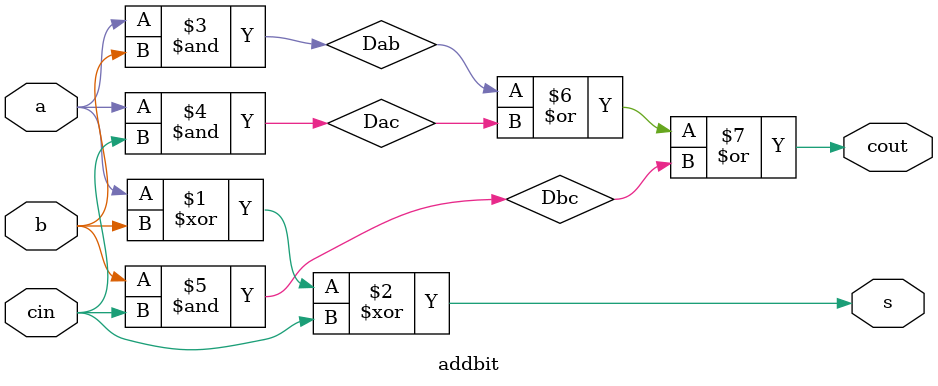
<source format=v>
module addbit (a, b, cin, cout, s);

    input a, b, cin; // input 1, 2, and carry in
    output s, cout; // output and carry out

    wire Dab, Dac, Dbc; // for calculating carry out

    xor(s, a, b, cin); // calculate output
    and(Dab, a, b);
    and(Dac, a, cin);
    and(Dbc, b, cin);
    or(cout, Dab, Dac, Dbc);

endmodule
</source>
